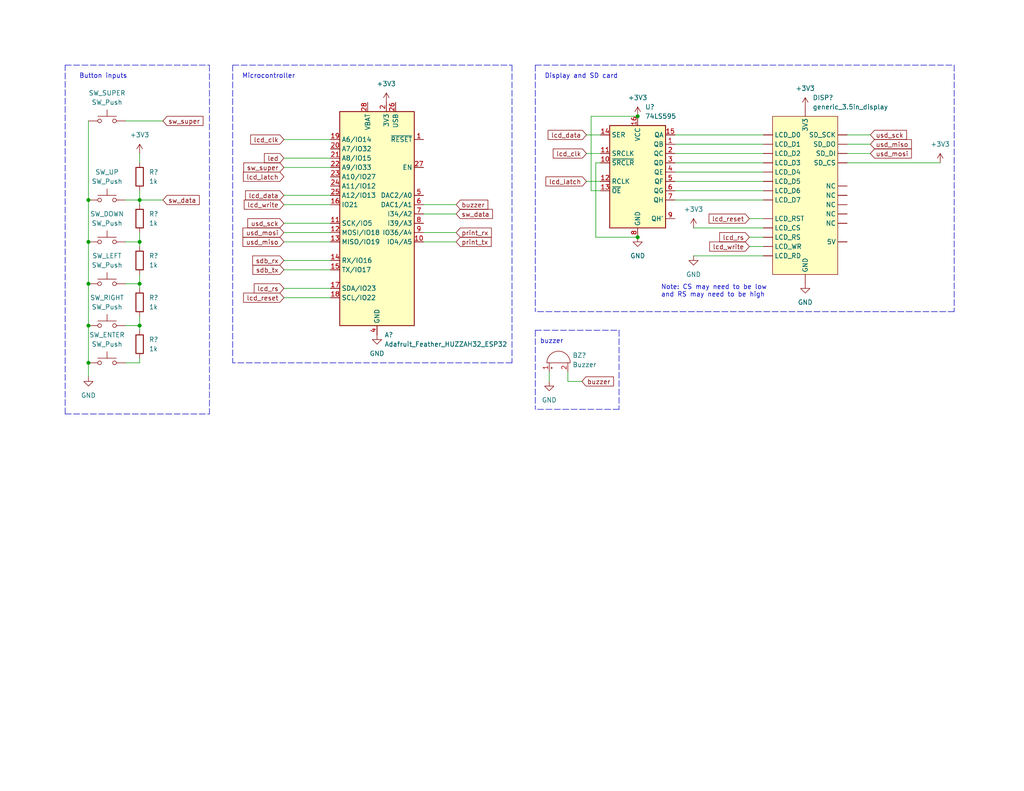
<source format=kicad_sch>
(kicad_sch (version 20211123) (generator eeschema)
  (paper "USLetter")
  (title_block (title "RecipeBox") (date "2022-02-12") (rev "1.0") (company "Trinity"))
  (lib_symbols
    (symbol "74xx:74LS595"
      (property "Reference" "U" (at -7.62 13.97 0))
      (property "Value" "74LS595" (at -7.62 -16.51 0))
      (symbol "74LS595_1_0"
        (pin tri_state line (at 10.16 7.62 180) (length 2.54) (name "QB") (number "1"))
        (pin input line (at -10.16 2.54 0) (length 2.54) (name "~{SRCLR}") (number "10"))
        (pin input line (at -10.16 5.08 0) (length 2.54) (name "SRCLK") (number "11"))
        (pin input line (at -10.16 -2.54 0) (length 2.54) (name "RCLK") (number "12"))
        (pin input line (at -10.16 -5.08 0) (length 2.54) (name "~{OE}") (number "13"))
        (pin input line (at -10.16 10.16 0) (length 2.54) (name "SER") (number "14"))
        (pin tri_state line (at 10.16 10.16 180) (length 2.54) (name "QA") (number "15"))
        (pin power_in line (at 0 15.24 270) (length 2.54) (name "VCC") (number "16"))
        (pin tri_state line (at 10.16 5.08 180) (length 2.54) (name "QC") (number "2"))
        (pin tri_state line (at 10.16 2.54 180) (length 2.54) (name "QD") (number "3"))
        (pin tri_state line (at 10.16 0 180) (length 2.54) (name "QE") (number "4"))
        (pin tri_state line (at 10.16 -2.54 180) (length 2.54) (name "QF") (number "5"))
        (pin tri_state line (at 10.16 -5.08 180) (length 2.54) (name "QG") (number "6"))
        (pin tri_state line (at 10.16 -7.62 180) (length 2.54) (name "QH") (number "7"))
        (pin power_in line (at 0 -17.78 90) (length 2.54) (name "GND") (number "8"))
        (pin output line (at 10.16 -12.7 180) (length 2.54) (name "QH'") (number "9"))
      )
      (symbol "74LS595_1_1"
        (rectangle (start -7.62 12.7) (end 7.62 -15.24) (stroke (width 0.254)) (fill (type background)))
      )
    )
    (symbol "Device:Buzzer" (pin_names (offset 0.0254) hide)
      (property "Reference" "BZ" (at 3.81 1.27 0))
      (property "Value" "Buzzer" (at 3.81 -1.27 0))
      (symbol "Buzzer_0_1"
        (arc (start 0 -3.175) (mid 3.175 0) (end 0 3.175))
        (polyline (pts (xy -1.651 1.905) (xy -1.143 1.905)))
        (polyline (pts (xy -1.397 2.159) (xy -1.397 1.651)))
        (polyline (pts (xy 0 3.175) (xy 0 -3.175)))
      )
      (symbol "Buzzer_1_1"
        (pin passive line (at -2.54 2.54 0) (length 2.54) (name "-") (number "1"))
        (pin passive line (at -2.54 -2.54 0) (length 2.54) (name "+") (number "2"))
      )
    )
    (symbol "Device:R" (pin_numbers hide) (pin_names (offset 0))
      (property "Reference" "R" (at 2.032 0 90))
      (property "Value" "R" (at 0 0 90))
      (symbol "R_0_1"
        (rectangle (start -1.016 -2.54) (end 1.016 2.54) (stroke (width 0.254)))
      )
      (symbol "R_1_1"
        (pin passive line (at 0 3.81 270) (length 1.27) (name "~") (number "1"))
        (pin passive line (at 0 -3.81 90) (length 1.27) (name "~") (number "2"))
      )
    )
    (symbol "MCU_Module:Adafruit_Feather_HUZZAH32_ESP32"
      (property "Reference" "A" (at -10.16 29.21 0))
      (property "Value" "Adafruit_Feather_HUZZAH32_ESP32" (at 2.54 -31.75 0))
      (symbol "Adafruit_Feather_HUZZAH32_ESP32_0_1"
        (rectangle (start -10.16 27.94) (end 10.16 -30.48) (stroke (width 0.254)) (fill (type background)))
      )
      (symbol "Adafruit_Feather_HUZZAH32_ESP32_1_1"
        (pin input line (at 12.7 20.32 180) (length 2.54) (name "~{RESET}") (number "1"))
        (pin bidirectional line (at 12.7 -7.62 180) (length 2.54) (name "IO4/A5") (number "10"))
        (pin bidirectional line (at -12.7 -2.54 0) (length 2.54) (name "SCK/IO5") (number "11"))
        (pin bidirectional line (at -12.7 -5.08 0) (length 2.54) (name "MOSI/IO18") (number "12"))
        (pin bidirectional line (at -12.7 -7.62 0) (length 2.54) (name "MISO/IO19") (number "13"))
        (pin bidirectional line (at -12.7 -12.7 0) (length 2.54) (name "RX/IO16") (number "14"))
        (pin bidirectional line (at -12.7 -15.24 0) (length 2.54) (name "TX/IO17") (number "15"))
        (pin bidirectional line (at -12.7 2.54 0) (length 2.54) (name "IO21") (number "16"))
        (pin bidirectional line (at -12.7 -20.32 0) (length 2.54) (name "SDA/IO23") (number "17"))
        (pin bidirectional line (at -12.7 -22.86 0) (length 2.54) (name "SCL/IO22") (number "18"))
        (pin bidirectional line (at -12.7 20.32 0) (length 2.54) (name "A6/IO14") (number "19"))
        (pin power_in line (at 2.54 30.48 270) (length 2.54) (name "3V3") (number "2"))
        (pin bidirectional line (at -12.7 17.78 0) (length 2.54) (name "A7/IO32") (number "20"))
        (pin bidirectional line (at -12.7 15.24 0) (length 2.54) (name "A8/IO15") (number "21"))
        (pin bidirectional line (at -12.7 12.7 0) (length 2.54) (name "A9/IO33") (number "22"))
        (pin bidirectional line (at -12.7 10.16 0) (length 2.54) (name "A10/IO27") (number "23"))
        (pin bidirectional line (at -12.7 7.62 0) (length 2.54) (name "A11/IO12") (number "24"))
        (pin bidirectional line (at -12.7 5.08 0) (length 2.54) (name "A12/IO13") (number "25"))
        (pin power_in line (at 5.08 30.48 270) (length 2.54) (name "USB") (number "26"))
        (pin input line (at 12.7 12.7 180) (length 2.54) (name "EN") (number "27"))
        (pin power_in line (at -2.54 30.48 270) (length 2.54) (name "VBAT") (number "28"))
        (pin no_connect line (at 10.16 10.16 180) (length 2.54) hide (name "NC") (number "3"))
        (pin power_in line (at 0 -33.02 90) (length 2.54) (name "GND") (number "4"))
        (pin bidirectional line (at 12.7 5.08 180) (length 2.54) (name "DAC2/A0") (number "5"))
        (pin bidirectional line (at 12.7 2.54 180) (length 2.54) (name "DAC1/A1") (number "6"))
        (pin bidirectional line (at 12.7 0 180) (length 2.54) (name "I34/A2") (number "7"))
        (pin bidirectional line (at 12.7 -2.54 180) (length 2.54) (name "I39/A3") (number "8"))
        (pin bidirectional line (at 12.7 -5.08 180) (length 2.54) (name "IO36/A4") (number "9"))
      )
    )
    (symbol "Switch:SW_Push" (pin_numbers hide) (pin_names (offset 1.016) hide)
      (property "Reference" "SW" (at 1.27 2.54 0))
      (property "Value" "SW_Push" (at 0 -1.524 0))
      (symbol "SW_Push_0_1"
        (circle (center -2.032 0) (radius 0.508))
        (polyline (pts (xy 0 1.27) (xy 0 3.048)))
        (polyline (pts (xy 2.54 1.27) (xy -2.54 1.27)))
        (circle (center 2.032 0) (radius 0.508))
        (pin passive line (at -5.08 0 0) (length 2.54) (name "1") (number "1"))
        (pin passive line (at 5.08 0 180) (length 2.54) (name "2") (number "2"))
      )
    )
    (symbol "generic_3.5in_display_1"
      (property "Reference" "DISP" (at -13.97 3.81 0))
      (property "Value" "generic_3.5in_display_1" (at -25.4 8.89 0))
      (symbol "generic_3.5in_display_1_0_1"
        (rectangle (start -8.89 -2.54) (end 8.89 -45.72) (stroke (width 0.1524)) (fill (type background)))
      )
      (symbol "generic_3.5in_display_1_1_1"
        (pin input line (at 0 0 270) (length 2.54) (name "3V3") (number ""))
        (pin input line (at 11.43 -36.83 180) (length 2.54) (name "5V") (number ""))
        (pin input line (at 0 -48.26 90) (length 2.54) (name "GND") (number ""))
        (pin input line (at -11.43 -33.02 0) (length 2.54) (name "LCD_CS") (number ""))
        (pin input line (at -11.43 -7.62 0) (length 2.54) (name "LCD_D0") (number ""))
        (pin input line (at -11.43 -10.16 0) (length 2.54) (name "LCD_D1") (number ""))
        (pin input line (at -11.43 -12.7 0) (length 2.54) (name "LCD_D2") (number ""))
        (pin input line (at -11.43 -15.24 0) (length 2.54) (name "LCD_D3") (number ""))
        (pin input line (at -11.43 -17.78 0) (length 2.54) (name "LCD_D4") (number ""))
        (pin input line (at -11.43 -20.32 0) (length 2.54) (name "LCD_D5") (number ""))
        (pin input line (at -11.43 -22.86 0) (length 2.54) (name "LCD_D6") (number ""))
        (pin input line (at -11.43 -25.4 0) (length 2.54) (name "LCD_D7") (number ""))
        (pin input line (at -11.43 -40.64 0) (length 2.54) (name "LCD_RD") (number ""))
        (pin input line (at -11.43 -35.56 0) (length 2.54) (name "LCD_RS") (number ""))
        (pin input line (at -11.43 -30.48 0) (length 2.54) (name "LCD_RST") (number ""))
        (pin input line (at -11.43 -38.1 0) (length 2.54) (name "LCD_WR") (number ""))
        (pin input line (at 11.43 -31.75 180) (length 2.54) (name "NC") (number ""))
        (pin input line (at 11.43 -29.21 180) (length 2.54) (name "NC") (number ""))
        (pin input line (at 11.43 -26.67 180) (length 2.54) (name "NC") (number ""))
        (pin input line (at 11.43 -24.13 180) (length 2.54) (name "NC") (number ""))
        (pin input line (at 11.43 -21.59 180) (length 2.54) (name "NC") (number ""))
        (pin input line (at 11.43 -15.24 180) (length 2.54) (name "SD_CS") (number ""))
        (pin input line (at 11.43 -12.7 180) (length 2.54) (name "SD_DI") (number ""))
        (pin input line (at 11.43 -10.16 180) (length 2.54) (name "SD_DO") (number ""))
        (pin input line (at 11.43 -7.62 180) (length 2.54) (name "SD_SCK") (number ""))
      )
    )
    (symbol "power:+3V3" (power) (pin_names (offset 0))
      (property "Value" "+3V3" (at 0 3.556 0))
      (symbol "+3V3_0_1"
        (polyline (pts (xy -0.762 1.27) (xy 0 2.54)))
        (polyline (pts (xy 0 0) (xy 0 2.54)))
        (polyline (pts (xy 0 2.54) (xy 0.762 1.27)))
      )
      (symbol "+3V3_1_1"
        (pin power_in line (at 0 0 90) (length 0) hide (name "+3V3") (number "1"))
      )
    )
    (symbol "power:GND" (power) (pin_names (offset 0))
      (property "Value" "GND" (at 0 -3.81 0))
      (symbol "GND_0_1"
        (polyline (pts (xy 0 0) (xy 0 -1.27) (xy 1.27 -1.27) (xy 0 -2.54) (xy -1.27 -1.27) (xy 0 -1.27)))
      )
      (symbol "GND_1_1"
        (pin power_in line (at 0 0 270) (length 0) hide (name "GND") (number "1"))
      )
    )
  )
  (junction (at 38.1 66.04))
  (junction (at 24.13 88.9))
  (junction (at 38.1 77.47))
  (junction (at 24.13 66.04))
  (junction (at 38.1 54.61))
  (junction (at 24.13 54.61))
  (junction (at 173.99 64.77))
  (junction (at 24.13 99.06))
  (junction (at 173.99 31.75))
  (junction (at 38.1 88.9))
  (junction (at 24.13 77.47))
  (wire (pts (xy 77.47 53.34) (xy 90.17 53.34)))
  (wire (pts (xy 38.1 55.88) (xy 38.1 54.61)))
  (wire (pts (xy 162.56 44.45) (xy 162.56 64.77)))
  (wire (pts (xy 231.14 39.37) (xy 237.49 39.37)))
  (wire (pts (xy 160.02 36.83) (xy 163.83 36.83)))
  (wire (pts (xy 160.02 41.91) (xy 163.83 41.91)))
  (polyline (pts (xy 146.05 17.78) (xy 146.05 85.09)))
  (wire (pts (xy 34.29 54.61) (xy 38.1 54.61)))
  (wire (pts (xy 204.47 64.77) (xy 208.28 64.77)))
  (wire (pts (xy 34.29 33.02) (xy 44.45 33.02)))
  (wire (pts (xy 24.13 77.47) (xy 24.13 88.9)))
  (wire (pts (xy 24.13 54.61) (xy 24.13 66.04)))
  (wire (pts (xy 77.47 38.1) (xy 90.17 38.1)))
  (wire (pts (xy 38.1 77.47) (xy 38.1 78.74)))
  (wire (pts (xy 154.94 104.14) (xy 158.75 104.14)))
  (wire (pts (xy 38.1 41.91) (xy 38.1 44.45)))
  (wire (pts (xy 184.15 36.83) (xy 208.28 36.83)))
  (wire (pts (xy 77.47 81.28) (xy 90.17 81.28)))
  (wire (pts (xy 184.15 49.53) (xy 208.28 49.53)))
  (wire (pts (xy 77.47 45.72) (xy 90.17 45.72)))
  (wire (pts (xy 77.47 71.12) (xy 90.17 71.12)))
  (wire (pts (xy 77.47 73.66) (xy 90.17 73.66)))
  (polyline (pts (xy 260.35 17.78) (xy 260.35 85.09)))
  (wire (pts (xy 161.29 52.07) (xy 163.83 52.07)))
  (polyline (pts (xy 63.5 17.78) (xy 139.7 17.78)))
  (wire (pts (xy 38.1 52.07) (xy 38.1 54.61)))
  (wire (pts (xy 34.29 66.04) (xy 38.1 66.04)))
  (wire (pts (xy 184.15 54.61) (xy 208.28 54.61)))
  (polyline (pts (xy 63.5 17.78) (xy 63.5 99.06)))
  (wire (pts (xy 189.23 69.85) (xy 208.28 69.85)))
  (wire (pts (xy 34.29 77.47) (xy 38.1 77.47)))
  (wire (pts (xy 231.14 44.45) (xy 256.54 44.45)))
  (wire (pts (xy 162.56 44.45) (xy 163.83 44.45)))
  (wire (pts (xy 115.57 58.42) (xy 124.46 58.42)))
  (wire (pts (xy 231.14 41.91) (xy 237.49 41.91)))
  (polyline (pts (xy 139.7 99.06) (xy 63.5 99.06)))
  (wire (pts (xy 115.57 63.5) (xy 124.46 63.5)))
  (wire (pts (xy 184.15 39.37) (xy 208.28 39.37)))
  (polyline (pts (xy 17.78 113.03) (xy 17.78 17.78)))
  (wire (pts (xy 77.47 43.18) (xy 90.17 43.18)))
  (wire (pts (xy 204.47 59.69) (xy 208.28 59.69)))
  (wire (pts (xy 38.1 88.9) (xy 38.1 90.17)))
  (wire (pts (xy 77.47 60.96) (xy 90.17 60.96)))
  (wire (pts (xy 38.1 63.5) (xy 38.1 66.04)))
  (wire (pts (xy 184.15 41.91) (xy 208.28 41.91)))
  (polyline (pts (xy 168.91 90.17) (xy 168.91 111.76)))
  (wire (pts (xy 77.47 55.88) (xy 90.17 55.88)))
  (wire (pts (xy 77.47 63.5) (xy 90.17 63.5)))
  (polyline (pts (xy 168.91 111.76) (xy 146.05 111.76)))
  (wire (pts (xy 189.23 62.23) (xy 208.28 62.23)))
  (polyline (pts (xy 146.05 90.17) (xy 168.91 90.17)))
  (wire (pts (xy 77.47 78.74) (xy 90.17 78.74)))
  (polyline (pts (xy 139.7 17.78) (xy 139.7 99.06)))
  (wire (pts (xy 160.02 49.53) (xy 163.83 49.53)))
  (wire (pts (xy 204.47 67.31) (xy 208.28 67.31)))
  (wire (pts (xy 184.15 44.45) (xy 208.28 44.45)))
  (wire (pts (xy 115.57 66.04) (xy 124.46 66.04)))
  (wire (pts (xy 24.13 99.06) (xy 24.13 102.87)))
  (wire (pts (xy 231.14 36.83) (xy 237.49 36.83)))
  (wire (pts (xy 38.1 54.61) (xy 44.45 54.61)))
  (wire (pts (xy 115.57 55.88) (xy 124.46 55.88)))
  (wire (pts (xy 161.29 31.75) (xy 161.29 52.07)))
  (wire (pts (xy 154.94 101.6) (xy 154.94 104.14)))
  (wire (pts (xy 184.15 46.99) (xy 208.28 46.99)))
  (wire (pts (xy 149.86 101.6) (xy 149.86 104.14)))
  (wire (pts (xy 173.99 64.77) (xy 162.56 64.77)))
  (wire (pts (xy 34.29 88.9) (xy 38.1 88.9)))
  (polyline (pts (xy 146.05 90.17) (xy 146.05 111.76)))
  (wire (pts (xy 38.1 99.06) (xy 38.1 97.79)))
  (polyline (pts (xy 57.15 17.78) (xy 57.15 113.03)))
  (wire (pts (xy 38.1 66.04) (xy 38.1 67.31)))
  (polyline (pts (xy 17.78 113.03) (xy 57.15 113.03)))
  (polyline (pts (xy 17.78 17.78) (xy 57.15 17.78)))
  (wire (pts (xy 24.13 33.02) (xy 24.13 54.61)))
  (polyline (pts (xy 146.05 17.78) (xy 260.35 17.78)))
  (polyline (pts (xy 260.35 85.09) (xy 146.05 85.09)))
  (wire (pts (xy 184.15 52.07) (xy 208.28 52.07)))
  (wire (pts (xy 34.29 99.06) (xy 38.1 99.06)))
  (wire (pts (xy 173.99 31.75) (xy 161.29 31.75)))
  (wire (pts (xy 24.13 88.9) (xy 24.13 99.06)))
  (wire (pts (xy 24.13 66.04) (xy 24.13 77.47)))
  (wire (pts (xy 77.47 66.04) (xy 90.17 66.04)))
  (wire (pts (xy 38.1 86.36) (xy 38.1 88.9)))
  (wire (pts (xy 38.1 74.93) (xy 38.1 77.47)))
  (text "Note: CS may need to be low\nand RS may need to be high" (at 180.34 81.28 0) (effects (font (size 1.27 1.27)) (justify left bottom)))
  (text "buzzer" (at 147.32 93.98 0) (effects (font (size 1.27 1.27)) (justify left bottom)))
  (text "Microcontroller" (at 66.04 21.59 0) (effects (font (size 1.27 1.27)) (justify left bottom)))
  (text "Display and SD card" (at 148.59 21.59 0) (effects (font (size 1.27 1.27)) (justify left bottom)))
  (text "Button inputs" (at 21.59 21.59 0) (effects (font (size 1.27 1.27)) (justify left bottom)))
  (global_label "sw_super" (shape input) (at 77.47 45.72 180) (property "Intersheet References" "${INTERSHEET_REFS}" (effects hide)))
  (global_label "lcd_rs" (shape input) (at 77.47 78.74 180) (property "Intersheet References" "${INTERSHEET_REFS}" (effects hide)))
  (global_label "buzzer" (shape input) (at 124.46 55.88 0) (property "Intersheet References" "${INTERSHEET_REFS}" (effects hide)))
  (global_label "usd_miso" (shape input) (at 237.49 39.37 0) (property "Intersheet References" "${INTERSHEET_REFS}" (effects hide)))
  (global_label "lcd_data" (shape input) (at 77.47 53.34 180) (property "Intersheet References" "${INTERSHEET_REFS}" (effects hide)))
  (global_label "sw_super" (shape input) (at 44.45 33.02 0) (property "Intersheet References" "${INTERSHEET_REFS}" (effects hide)))
  (global_label "usd_sck" (shape input) (at 237.49 36.83 0) (property "Intersheet References" "${INTERSHEET_REFS}" (effects hide)))
  (global_label "lcd_clk" (shape input) (at 77.47 38.1 180) (property "Intersheet References" "${INTERSHEET_REFS}" (effects hide)))
  (global_label "led" (shape input) (at 77.47 43.18 180) (property "Intersheet References" "${INTERSHEET_REFS}" (effects hide)))
  (global_label "usd_mosi" (shape input) (at 237.49 41.91 0) (property "Intersheet References" "${INTERSHEET_REFS}" (effects hide)))
  (global_label "buzzer" (shape input) (at 158.75 104.14 0) (property "Intersheet References" "${INTERSHEET_REFS}" (effects hide)))
  (global_label "usd_mosi" (shape input) (at 77.47 63.5 180) (property "Intersheet References" "${INTERSHEET_REFS}" (effects hide)))
  (global_label "print_tx" (shape input) (at 124.46 66.04 0) (property "Intersheet References" "${INTERSHEET_REFS}" (effects hide)))
  (global_label "lcd_write" (shape input) (at 77.47 55.88 180) (property "Intersheet References" "${INTERSHEET_REFS}" (effects hide)))
  (global_label "lcd_reset" (shape input) (at 77.47 81.28 180) (property "Intersheet References" "${INTERSHEET_REFS}" (effects hide)))
  (global_label "sw_data" (shape input) (at 44.45 54.61 0) (property "Intersheet References" "${INTERSHEET_REFS}" (effects hide)))
  (global_label "lcd_clk" (shape input) (at 160.02 41.91 180) (property "Intersheet References" "${INTERSHEET_REFS}" (effects hide)))
  (global_label "usd_sck" (shape input) (at 77.47 60.96 180) (property "Intersheet References" "${INTERSHEET_REFS}" (effects hide)))
  (global_label "lcd_latch" (shape input) (at 160.02 49.53 180) (property "Intersheet References" "${INTERSHEET_REFS}" (effects hide)))
  (global_label "sdb_tx" (shape input) (at 77.47 73.66 180) (property "Intersheet References" "${INTERSHEET_REFS}" (effects hide)))
  (global_label "sw_data" (shape input) (at 124.46 58.42 0) (property "Intersheet References" "${INTERSHEET_REFS}" (effects hide)))
  (global_label "sdb_rx" (shape input) (at 77.47 71.12 180) (property "Intersheet References" "${INTERSHEET_REFS}" (effects hide)))
  (global_label "usd_miso" (shape input) (at 77.47 66.04 180) (property "Intersheet References" "${INTERSHEET_REFS}" (effects hide)))
  (global_label "lcd_rs" (shape input) (at 204.47 64.77 180) (property "Intersheet References" "${INTERSHEET_REFS}" (effects hide)))
  (global_label "lcd_write" (shape input) (at 204.47 67.31 180) (property "Intersheet References" "${INTERSHEET_REFS}" (effects hide)))
  (global_label "lcd_data" (shape input) (at 160.02 36.83 180) (property "Intersheet References" "${INTERSHEET_REFS}" (effects hide)))
  (global_label "lcd_latch" (shape input) (at 77.47 48.26 180) (property "Intersheet References" "${INTERSHEET_REFS}" (effects hide)))
  (global_label "lcd_reset" (shape input) (at 204.47 59.69 180) (property "Intersheet References" "${INTERSHEET_REFS}" (effects hide)))
  (global_label "print_rx" (shape input) (at 124.46 63.5 0) (property "Intersheet References" "${INTERSHEET_REFS}" (effects hide)))
  (symbol (lib_id "Switch:SW_Push") (at 29.21 77.47 0) (unit 1)
    (property "Reference" "SW_LEFT" (at 29.21 69.85 0))
    (property "Value" "SW_Push" (at 29.21 72.39 0))
  )
  (symbol (lib_id "Device:R") (at 38.1 48.26 0) (unit 1)
    (property "Reference" "R?" (at 40.64 46.9899 0) (effects (justify left)))
    (property "Value" "1k" (at 40.64 49.5299 0) (effects (justify left)))
  )
  (symbol (lib_id "Switch:SW_Push") (at 29.21 99.06 0) (unit 1)
    (property "Reference" "SW_ENTER" (at 29.21 91.44 0))
    (property "Value" "SW_Push" (at 29.21 93.98 0))
  )
  (symbol (lib_id "power:GND") (at 24.13 102.87 0) (unit 1)
    (property "Reference" "#PWR?" (effects hide))
    (property "Value" "GND" (at 24.13 107.95 0))
  )
  (symbol (lib_id "power:+3V3") (at 38.1 41.91 0) (unit 1)
    (property "Reference" "#PWR?" (effects hide))
    (property "Value" "+3V3" (at 38.1 36.83 0))
  )
  (symbol (lib_id "Device:R") (at 38.1 82.55 0) (unit 1)
    (property "Reference" "R?" (at 40.64 81.2799 0) (effects (justify left)))
    (property "Value" "1k" (at 40.64 83.8199 0) (effects (justify left)))
  )
  (symbol (lib_name "generic_3.5in_display_1") (lib_id "customparts:generic_3.5in_display") (at 219.71 29.21 0) (unit 1)
    (property "Reference" "DISP?" (at 221.7294 26.67 0) (effects (justify left)))
    (property "Value" "generic_3.5in_display" (at 221.7294 29.21 0) (effects (justify left)))
  )
  (symbol (lib_id "power:GND") (at 173.99 64.77 0) (unit 1)
    (property "Reference" "#PWR?" (effects hide))
    (property "Value" "GND" (at 173.99 69.85 0))
  )
  (symbol (lib_id "power:+3V3") (at 173.99 31.75 0) (unit 1)
    (property "Reference" "#PWR?" (effects hide))
    (property "Value" "+3V3" (at 173.99 26.67 0))
  )
  (symbol (lib_id "power:+3V3") (at 189.23 62.23 0) (unit 1)
    (property "Reference" "#PWR?" (effects hide))
    (property "Value" "+3V3" (at 189.23 57.15 0))
  )
  (symbol (lib_id "Device:R") (at 38.1 71.12 0) (unit 1)
    (property "Reference" "R?" (at 40.64 69.8499 0) (effects (justify left)))
    (property "Value" "1k" (at 40.64 72.3899 0) (effects (justify left)))
  )
  (symbol (lib_id "Device:R") (at 38.1 59.69 0) (unit 1)
    (property "Reference" "R?" (at 40.64 58.4199 0) (effects (justify left)))
    (property "Value" "1k" (at 40.64 60.9599 0) (effects (justify left)))
  )
  (symbol (lib_id "Switch:SW_Push") (at 29.21 54.61 0) (unit 1)
    (property "Reference" "SW_UP" (at 29.21 46.99 0))
    (property "Value" "SW_Push" (at 29.21 49.53 0))
  )
  (symbol (lib_id "Switch:SW_Push") (at 29.21 33.02 0) (unit 1)
    (property "Reference" "SW_SUPER" (at 29.21 25.4 0))
    (property "Value" "SW_Push" (at 29.21 27.94 0))
  )
  (symbol (lib_id "Switch:SW_Push") (at 29.21 88.9 0) (unit 1)
    (property "Reference" "SW_RIGHT" (at 29.21 81.28 0))
    (property "Value" "SW_Push" (at 29.21 83.82 0))
  )
  (symbol (lib_id "Device:R") (at 38.1 93.98 0) (unit 1)
    (property "Reference" "R?" (at 40.64 92.7099 0) (effects (justify left)))
    (property "Value" "1k" (at 40.64 95.2499 0) (effects (justify left)))
  )
  (symbol (lib_id "power:GND") (at 149.86 104.14 0) (unit 1)
    (property "Reference" "#PWR?" (effects hide))
    (property "Value" "GND" (at 149.86 109.22 0))
  )
  (symbol (lib_id "MCU_Module:Adafruit_Feather_HUZZAH32_ESP32") (at 102.87 58.42 0) (unit 1)
    (property "Reference" "A?" (at 104.8894 91.44 0) (effects (justify left)))
    (property "Value" "Adafruit_Feather_HUZZAH32_ESP32" (at 104.8894 93.98 0) (effects (justify left)))
    (property "Footprint" "Module:Adafruit_Feather" (effects hide))
    (property "Datasheet" "https://cdn-learn.adafruit.com/downloads/pdf/adafruit-huzzah32-esp32-feather.pdf" (effects hide))
  )
  (symbol (lib_id "power:GND") (at 102.87 91.44 0) (unit 1)
    (property "Reference" "#PWR?" (effects hide))
    (property "Value" "GND" (at 102.87 96.52 0))
  )
  (symbol (lib_id "power:GND") (at 189.23 69.85 0) (unit 1)
    (property "Reference" "#PWR?" (effects hide))
    (property "Value" "GND" (at 189.23 74.93 0))
  )
  (symbol (lib_id "power:+3V3") (at 105.41 27.94 0) (unit 1)
    (property "Reference" "#PWR?" (effects hide))
    (property "Value" "+3V3" (at 105.41 22.86 0))
  )
  (symbol (lib_id "power:+3V3") (at 219.71 29.21 0) (unit 1)
    (property "Reference" "#PWR?" (effects hide))
    (property "Value" "+3V3" (at 219.71 24.13 0))
  )
  (symbol (lib_id "power:GND") (at 219.71 77.47 0) (unit 1)
    (property "Reference" "#PWR?" (effects hide))
    (property "Value" "GND" (at 219.71 82.55 0))
  )
  (symbol (lib_id "Switch:SW_Push") (at 29.21 66.04 0) (unit 1)
    (property "Reference" "SW_DOWN" (at 29.21 58.42 0))
    (property "Value" "SW_Push" (at 29.21 60.96 0))
  )
  (symbol (lib_id "power:+3V3") (at 256.54 44.45 0) (unit 1)
    (property "Reference" "#PWR?" (effects hide))
    (property "Value" "+3V3" (at 256.54 39.37 0))
  )
  (symbol (lib_id "74xx:74LS595") (at 173.99 46.99 0) (unit 1)
    (property "Reference" "U?" (at 176.0094 29.21 0) (effects (justify left)))
    (property "Value" "74LS595" (at 176.0094 31.75 0) (effects (justify left)))
    (property "Datasheet" "http://www.ti.com/lit/gpn/sn74ls595" (effects hide))
  )
  (symbol (lib_id "Device:Buzzer") (at 152.4 99.06 90) (unit 1)
    (property "Reference" "BZ?" (at 156.21 97.0279 90) (effects (justify right)))
    (property "Value" "Buzzer" (at 156.21 99.5679 90) (effects (justify right)))
  )
)
</source>
